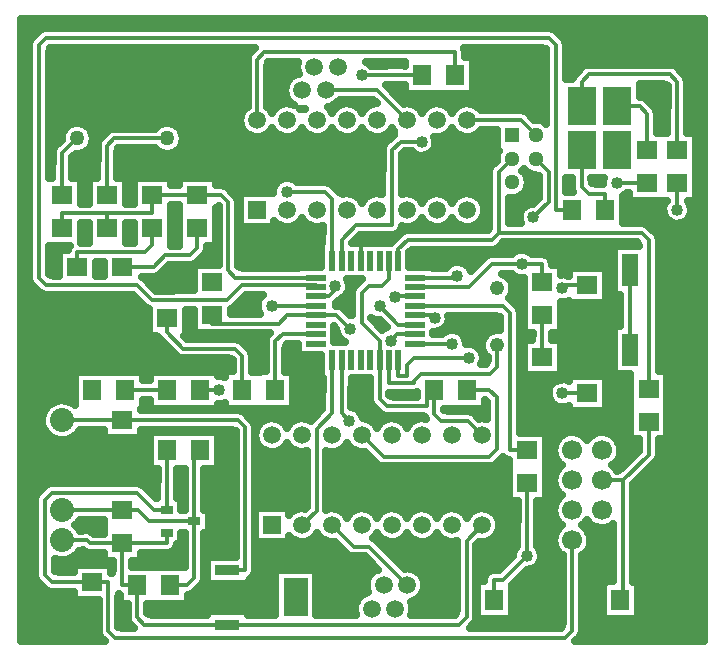
<source format=gbr>
G04 DipTrace Beta 2.3.9.1*
%INTop.gbr*%
%MOIN*%
%ADD13C,0.012*%
%ADD14C,0.025*%
%ADD15R,0.063X0.0709*%
%ADD16R,0.0709X0.063*%
%ADD17C,0.05*%
%ADD18R,0.05X0.05*%
%ADD21R,0.0551X0.1083*%
%ADD23R,0.0197X0.0669*%
%ADD24R,0.0669X0.0197*%
%ADD25R,0.0591X0.0591*%
%ADD26C,0.0591*%
%ADD27C,0.0591*%
%ADD29R,0.0413X0.0256*%
%ADD30R,0.0846X0.0374*%
%ADD31R,0.0846X0.128*%
%ADD32C,0.08*%
%ADD33R,0.0512X0.0512*%
%ADD34C,0.0512*%
%ADD35R,0.098X0.13*%
%ADD36R,0.0669X0.0669*%
%ADD37C,0.0669*%
%ADD38C,0.048*%
%ADD39C,0.04*%
%FSLAX44Y44*%
G04*
G70*
G90*
G75*
G01*
%LNTop*%
%LPD*%
X24539Y5937D2*
D13*
X24632D1*
Y9937D1*
X25488Y10794D1*
Y11886D1*
X23937Y9937D2*
X24632D1*
X20335Y5937D2*
Y6611D1*
X20626D1*
X21437Y7422D1*
Y9835D1*
X21937Y15437D2*
Y14039D1*
X8039Y12937D2*
X8711D1*
X9437D1*
X19937Y8437D2*
X19412Y7912D1*
Y5366D1*
X19172Y5126D1*
X11437D1*
X16827Y17244D2*
Y16655D1*
X16587Y16415D1*
X16158D1*
X15918Y16175D1*
Y15185D1*
X16512Y14592D1*
Y13937D1*
X7937Y7835D2*
X6850D1*
X6748Y7937D1*
X5937D1*
X7937Y7835D2*
X9437D1*
Y8189D1*
X8437Y6437D2*
X7937D1*
Y7835D1*
X11437Y5126D2*
X8677D1*
X8437Y5366D1*
Y6437D1*
X18335Y12937D2*
Y12152D1*
X18575Y11912D1*
X19462D1*
X19937Y11437D1*
X16512Y13937D2*
Y12643D1*
X16752Y12403D1*
X18095D1*
Y12937D1*
X18335D1*
X15882Y17244D2*
Y17882D1*
X15937Y17937D1*
X11174Y12937D2*
X10539D1*
X17032Y16035D2*
X17060Y16063D1*
X17693D1*
X21937Y16539D2*
Y17138D1*
X21263D1*
X21643Y18700D2*
X22160Y19217D1*
Y20214D1*
X21724Y20650D1*
X21263Y17138D2*
X20248D1*
X19488Y16378D1*
X17693D1*
X19108Y16758D2*
X19043Y16693D1*
X17693D1*
Y15748D2*
X20617D1*
X20857Y15508D1*
Y10937D1*
X21437D1*
X17142Y17244D2*
Y17642D1*
X17448Y17948D1*
X20261D1*
X20501Y18188D1*
X25248D1*
X25488Y17948D1*
Y12988D1*
X20501Y18188D2*
Y20214D1*
X20937Y20650D1*
X14937Y8437D2*
X15652Y7722D1*
X16152D1*
X17437Y6437D1*
Y21937D2*
X16437Y22937D1*
X14724D1*
X15937Y11437D2*
X16652Y10722D1*
X20172D1*
X20412Y10962D1*
Y12697D1*
X20172Y12937D1*
X19437D1*
Y21937D2*
X21224D1*
X21724Y21437D1*
X15912Y23437D2*
X17937D1*
X12437Y21937D2*
Y23960D1*
X12677Y24200D1*
X19039D1*
Y23437D1*
X5937Y11937D2*
X7937D1*
X11800D1*
X12040Y11697D1*
Y6937D1*
X11437D1*
X13937Y8437D2*
X14412Y8912D1*
Y11650D1*
X14937Y12175D1*
Y13937D1*
X15502Y11912D2*
X15252Y12162D1*
Y13937D1*
X18937Y14488D2*
X17693D1*
X16892Y14592D2*
X17103Y14803D1*
X17693D1*
X16512Y15732D2*
X17125Y15118D1*
X17693D1*
X18348Y15352D2*
X18266Y15433D1*
X17693D1*
X17912Y21222D2*
X17222D1*
X16937Y20937D1*
Y18437D1*
X15741D1*
X15252Y17948D1*
Y17244D1*
X13437Y19552D2*
X14697D1*
X14937Y19312D1*
Y17244D1*
X9437Y10937D2*
Y8937D1*
X6937Y6539D2*
X7471D1*
Y4923D1*
X7711Y4683D1*
X22697D1*
X22937Y4923D1*
Y7937D1*
X9437Y8937D2*
X9001D1*
X8421Y9517D1*
X5597D1*
X5357Y9277D1*
Y6779D1*
X5597Y6539D1*
X6937D1*
X20437Y14437D2*
Y13711D1*
X20197Y13471D1*
X17900D1*
X17660Y13231D1*
Y13177D1*
X16827D1*
Y13937D1*
X22611Y12835D2*
X23437D1*
X5937Y8937D2*
X7937D1*
X10343Y8563D2*
Y10937D1*
X10539D1*
X10343Y8563D2*
Y6677D1*
X10103Y6437D1*
X9539D1*
X7937Y8937D2*
X8471D1*
X8845Y8563D1*
X10343D1*
X19488Y14017D2*
X17660D1*
X17420Y13777D1*
Y13417D1*
X17142D1*
Y13937D1*
X22611Y16337D2*
X22711Y16437D1*
X23437D1*
X15538Y14972D2*
X15077Y15433D1*
X14386D1*
X13431D1*
X13153Y15155D1*
X10937D1*
Y15437D1*
X13039Y12937D2*
Y14563D1*
X13279Y14803D1*
X14386D1*
X11937Y12937D2*
Y14083D1*
X11697Y14323D1*
X9976D1*
X9437Y14862D1*
Y15335D1*
X26437Y20937D2*
Y23227D1*
X26197Y23467D1*
X23497D1*
X23257Y23227D1*
Y22397D1*
X25437Y20937D2*
Y22157D1*
X25197Y22397D1*
X24437D1*
X24039Y18937D2*
Y19471D1*
X23497D1*
X23257Y19711D1*
Y20937D1*
X6437Y21335D2*
X5937Y20835D1*
Y19437D1*
X9437Y21335D2*
X7677D1*
X7437Y21095D1*
Y19437D1*
X6437Y17039D2*
Y17534D1*
X8697D1*
X8937Y17774D1*
Y18335D1*
X7937Y17039D2*
X8981D1*
X9373Y17432D1*
X10197D1*
X10437Y17672D1*
Y18335D1*
X14386Y16378D2*
Y16437D1*
X11937D1*
X11437Y15937D1*
X8937D1*
X8442Y16432D1*
X5403D1*
X5163Y16672D1*
Y24440D1*
X5403Y24680D1*
X22160D1*
X22400Y24440D1*
Y18937D1*
X22937D1*
X14386Y16693D2*
X11711D1*
X11471Y16933D1*
Y19197D1*
X11231Y19437D1*
X10437D1*
X8937D2*
Y18830D1*
X7437D1*
X5937D1*
Y18335D1*
X7437Y18830D2*
Y18335D1*
X10437Y19437D2*
X8937D1*
X24862Y14280D2*
Y16937D1*
X26437Y18960D2*
Y19835D1*
X15040Y16415D2*
Y16263D1*
X14840Y16063D1*
X14386D1*
X24419Y19835D2*
X25437D1*
X12912Y15748D2*
X14386D1*
D39*
X19437Y17437D3*
X20937Y18937D3*
X22437Y11937D3*
X4937Y14437D3*
X21437Y7422D3*
X17032Y16035D3*
X11174Y12937D3*
X21643Y18700D3*
X21263Y17138D3*
X19108Y16758D3*
X15912Y23437D3*
X15502Y11912D3*
X18937Y14488D3*
X16892Y14592D3*
X16512Y15732D3*
X18348Y15352D3*
X17912Y21222D3*
X13437Y19552D3*
X22611Y12835D3*
X19488Y14017D3*
X22611Y16337D3*
X15538Y14972D3*
X26437Y18960D3*
X15040Y16415D3*
X24419Y19835D3*
X12912Y15748D3*
X19937Y20437D3*
X10937Y17437D3*
X4587Y25063D2*
D14*
X27289D1*
X4587Y24815D2*
X5055D1*
X22511D2*
X27289D1*
X4587Y24566D2*
X4840D1*
X22726D2*
X27289D1*
X4587Y24317D2*
X4812D1*
X5526D2*
X12308D1*
X19366D2*
X22039D1*
X22749D2*
X27289D1*
X4587Y24069D2*
X4812D1*
X5511D2*
X12105D1*
X19390D2*
X22051D1*
X22749D2*
X27289D1*
X4587Y23820D2*
X4812D1*
X5511D2*
X12086D1*
X12788D2*
X13754D1*
X16202D2*
X17332D1*
X19644D2*
X22051D1*
X22749D2*
X27289D1*
X4587Y23571D2*
X4812D1*
X5511D2*
X12086D1*
X12788D2*
X13766D1*
X19644D2*
X22051D1*
X22749D2*
X23117D1*
X26577D2*
X27289D1*
X4587Y23323D2*
X4812D1*
X5511D2*
X12086D1*
X12788D2*
X13504D1*
X19644D2*
X22051D1*
X22749D2*
X22922D1*
X26773D2*
X27289D1*
X4587Y23074D2*
X4812D1*
X5511D2*
X12086D1*
X12788D2*
X13367D1*
X16784D2*
X17332D1*
X19644D2*
X22051D1*
X25218D2*
X26086D1*
X26788D2*
X27289D1*
X4587Y22825D2*
X4812D1*
X5511D2*
X12086D1*
X12788D2*
X13363D1*
X17034D2*
X17332D1*
X19644D2*
X22051D1*
X25218D2*
X26086D1*
X26788D2*
X27289D1*
X4587Y22576D2*
X4812D1*
X5511D2*
X12086D1*
X12788D2*
X13484D1*
X15179D2*
X16312D1*
X17280D2*
X22051D1*
X25503D2*
X26086D1*
X26788D2*
X27289D1*
X4587Y22328D2*
X4812D1*
X5511D2*
X12012D1*
X12862D2*
X13012D1*
X13862D2*
X14012D1*
X14862D2*
X15012D1*
X15862D2*
X16012D1*
X17862D2*
X18012D1*
X18862D2*
X19012D1*
X19862D2*
X22051D1*
X25737D2*
X26086D1*
X26788D2*
X27289D1*
X4587Y22079D2*
X4812D1*
X5511D2*
X11871D1*
X21566D2*
X22051D1*
X25788D2*
X26086D1*
X26788D2*
X27289D1*
X4587Y21830D2*
X4812D1*
X5511D2*
X6273D1*
X6601D2*
X9273D1*
X9601D2*
X11863D1*
X25788D2*
X26086D1*
X26788D2*
X27289D1*
X4587Y21582D2*
X4812D1*
X5511D2*
X5961D1*
X6913D2*
X7441D1*
X9913D2*
X11980D1*
X12894D2*
X12980D1*
X13894D2*
X13980D1*
X14894D2*
X14980D1*
X15894D2*
X15980D1*
X16894D2*
X16980D1*
X18894D2*
X18980D1*
X19894D2*
X20391D1*
X25788D2*
X26086D1*
X26788D2*
X27289D1*
X4587Y21333D2*
X4812D1*
X5511D2*
X5898D1*
X6976D2*
X7191D1*
X9976D2*
X16848D1*
X18390D2*
X20391D1*
X27081D2*
X27289D1*
X4587Y21084D2*
X4812D1*
X5511D2*
X5703D1*
X6913D2*
X7086D1*
X9913D2*
X16621D1*
X18382D2*
X20391D1*
X27081D2*
X27289D1*
X4587Y20836D2*
X4812D1*
X5511D2*
X5590D1*
X6589D2*
X7086D1*
X7788D2*
X9285D1*
X9589D2*
X16586D1*
X17319D2*
X17629D1*
X18194D2*
X20426D1*
X27081D2*
X27289D1*
X4587Y20587D2*
X4812D1*
X5511D2*
X5590D1*
X6288D2*
X7086D1*
X7788D2*
X16586D1*
X17288D2*
X20391D1*
X27081D2*
X27289D1*
X4587Y20338D2*
X4812D1*
X5511D2*
X5590D1*
X6288D2*
X7086D1*
X7788D2*
X16586D1*
X17288D2*
X20176D1*
X27081D2*
X27289D1*
X4587Y20090D2*
X4812D1*
X5511D2*
X5590D1*
X6288D2*
X7086D1*
X7788D2*
X16586D1*
X17288D2*
X20152D1*
X21429D2*
X21801D1*
X27081D2*
X27289D1*
X4587Y19841D2*
X4812D1*
X6581D2*
X6793D1*
X8081D2*
X8293D1*
X9581D2*
X9793D1*
X11081D2*
X13047D1*
X14870D2*
X16586D1*
X17288D2*
X20152D1*
X21483D2*
X21812D1*
X22749D2*
X22909D1*
X23612D2*
X23930D1*
X27081D2*
X27289D1*
X4587Y19592D2*
X4812D1*
X6581D2*
X6793D1*
X8081D2*
X8293D1*
X11562D2*
X12949D1*
X15140D2*
X16586D1*
X17288D2*
X20152D1*
X21405D2*
X21812D1*
X22749D2*
X22930D1*
X27081D2*
X27289D1*
X4587Y19344D2*
X4812D1*
X6581D2*
X6793D1*
X8081D2*
X8293D1*
X15847D2*
X16026D1*
X17847D2*
X18026D1*
X18847D2*
X19026D1*
X19847D2*
X20152D1*
X21007D2*
X21801D1*
X24644D2*
X24793D1*
X27081D2*
X27289D1*
X4587Y19095D2*
X4812D1*
X9581D2*
X9793D1*
X19999D2*
X20152D1*
X20851D2*
X21371D1*
X24644D2*
X25969D1*
X26905D2*
X27289D1*
X4587Y18846D2*
X4812D1*
X9581D2*
X9793D1*
X20015D2*
X20153D1*
X20851D2*
X21176D1*
X24644D2*
X25961D1*
X26913D2*
X27289D1*
X4587Y18597D2*
X4812D1*
X9581D2*
X9793D1*
X19909D2*
X20152D1*
X20851D2*
X21164D1*
X24644D2*
X26121D1*
X26753D2*
X27289D1*
X4587Y18349D2*
X4812D1*
X6581D2*
X6793D1*
X8081D2*
X8293D1*
X9581D2*
X9793D1*
X11819D2*
X14586D1*
X17276D2*
X20152D1*
X25573D2*
X27289D1*
X4587Y18100D2*
X4812D1*
X6581D2*
X6793D1*
X8081D2*
X8293D1*
X9581D2*
X9793D1*
X11819D2*
X14586D1*
X15890D2*
X17117D1*
X25800D2*
X27289D1*
X4587Y17851D2*
X4812D1*
X9581D2*
X9793D1*
X11819D2*
X14586D1*
X15640D2*
X16867D1*
X20648D2*
X25101D1*
X25839D2*
X27289D1*
X4587Y17603D2*
X4812D1*
X5511D2*
X5793D1*
X10780D2*
X11121D1*
X11819D2*
X14551D1*
X17589D2*
X24297D1*
X25839D2*
X27289D1*
X4587Y17354D2*
X4812D1*
X5511D2*
X5793D1*
X10605D2*
X11121D1*
X11819D2*
X14551D1*
X17530D2*
X19980D1*
X22206D2*
X24297D1*
X25839D2*
X27289D1*
X4587Y17105D2*
X4812D1*
X5511D2*
X5793D1*
X7081D2*
X7293D1*
X9530D2*
X10293D1*
X11819D2*
X14551D1*
X17530D2*
X18773D1*
X19441D2*
X19730D1*
X22581D2*
X24297D1*
X25839D2*
X27289D1*
X4587Y16857D2*
X4812D1*
X5511D2*
X5793D1*
X7081D2*
X7293D1*
X9280D2*
X10293D1*
X22581D2*
X22793D1*
X24081D2*
X24297D1*
X25839D2*
X27289D1*
X4587Y16608D2*
X4820D1*
X8749D2*
X10293D1*
X15487D2*
X15867D1*
X20890D2*
X21293D1*
X24081D2*
X24297D1*
X25839D2*
X27289D1*
X4587Y16359D2*
X4992D1*
X8999D2*
X10293D1*
X15526D2*
X15624D1*
X20968D2*
X21293D1*
X24081D2*
X24297D1*
X25839D2*
X27289D1*
X4587Y16111D2*
X5332D1*
X12097D2*
X12598D1*
X15417D2*
X15570D1*
X20913D2*
X21293D1*
X24081D2*
X24512D1*
X25839D2*
X27289D1*
X4587Y15862D2*
X8527D1*
X11847D2*
X12437D1*
X15124D2*
X15570D1*
X20987D2*
X21293D1*
X22581D2*
X22793D1*
X24081D2*
X24512D1*
X25839D2*
X27289D1*
X4587Y15613D2*
X8793D1*
X11581D2*
X12441D1*
X15382D2*
X15570D1*
X21191D2*
X21293D1*
X22581D2*
X24512D1*
X25839D2*
X27289D1*
X4587Y15365D2*
X8793D1*
X10081D2*
X10293D1*
X18839D2*
X20508D1*
X21206D2*
X21293D1*
X22581D2*
X24512D1*
X25839D2*
X27289D1*
X4587Y15116D2*
X8793D1*
X10081D2*
X10293D1*
X16472D2*
X16643D1*
X18773D2*
X20508D1*
X21206D2*
X21293D1*
X22581D2*
X24512D1*
X25839D2*
X27289D1*
X4587Y14867D2*
X8793D1*
X10081D2*
X10293D1*
X18316D2*
X18644D1*
X19230D2*
X20148D1*
X21206D2*
X21293D1*
X22581D2*
X24297D1*
X25839D2*
X27289D1*
X4587Y14618D2*
X9195D1*
X11858D2*
X12695D1*
X15011D2*
X15211D1*
X19409D2*
X19941D1*
X21206D2*
X21293D1*
X22581D2*
X24297D1*
X25839D2*
X27289D1*
X4587Y14370D2*
X9445D1*
X12136D2*
X12691D1*
X13390D2*
X13762D1*
X19816D2*
X19910D1*
X21206D2*
X21293D1*
X22581D2*
X24297D1*
X25839D2*
X27289D1*
X4587Y14121D2*
X9695D1*
X12284D2*
X12691D1*
X13390D2*
X14551D1*
X21206D2*
X21293D1*
X22581D2*
X24297D1*
X25839D2*
X27289D1*
X4587Y13872D2*
X11586D1*
X12288D2*
X12691D1*
X13390D2*
X14551D1*
X19956D2*
X20086D1*
X21206D2*
X21293D1*
X22581D2*
X24297D1*
X25839D2*
X27289D1*
X4587Y13624D2*
X11586D1*
X12288D2*
X12691D1*
X13390D2*
X14551D1*
X21206D2*
X21293D1*
X22581D2*
X24297D1*
X25839D2*
X27289D1*
X4587Y13375D2*
X6332D1*
X8644D2*
X8832D1*
X13644D2*
X14551D1*
X21206D2*
X22793D1*
X24081D2*
X24844D1*
X26132D2*
X27289D1*
X4587Y13126D2*
X6332D1*
X13644D2*
X14586D1*
X15601D2*
X16164D1*
X21206D2*
X22223D1*
X24081D2*
X24844D1*
X26132D2*
X27289D1*
X4587Y12878D2*
X6332D1*
X13644D2*
X14586D1*
X15601D2*
X16164D1*
X21206D2*
X22125D1*
X24081D2*
X24844D1*
X26132D2*
X27289D1*
X4587Y12629D2*
X6332D1*
X13644D2*
X14586D1*
X15601D2*
X16164D1*
X21206D2*
X22168D1*
X24081D2*
X24844D1*
X26132D2*
X27289D1*
X4587Y12380D2*
X5418D1*
X8644D2*
X8832D1*
X11144D2*
X11332D1*
X13644D2*
X14586D1*
X15601D2*
X16289D1*
X21206D2*
X22488D1*
X24081D2*
X24844D1*
X26132D2*
X27289D1*
X4587Y12132D2*
X5277D1*
X12089D2*
X14410D1*
X15937D2*
X16547D1*
X19726D2*
X20062D1*
X21206D2*
X24844D1*
X26132D2*
X27289D1*
X4587Y11883D2*
X5250D1*
X12331D2*
X12574D1*
X13300D2*
X13574D1*
X16300D2*
X16574D1*
X17300D2*
X17574D1*
X21206D2*
X24844D1*
X26132D2*
X27289D1*
X4587Y11634D2*
X5320D1*
X21206D2*
X24844D1*
X26132D2*
X27289D1*
X4587Y11386D2*
X5539D1*
X6335D2*
X7293D1*
X8581D2*
X8832D1*
X11144D2*
X11691D1*
X22081D2*
X22516D1*
X23358D2*
X23512D1*
X24358D2*
X24844D1*
X26132D2*
X27289D1*
X4587Y11137D2*
X8832D1*
X11144D2*
X11691D1*
X22081D2*
X22348D1*
X24526D2*
X25137D1*
X25839D2*
X27289D1*
X4587Y10888D2*
X8832D1*
X11144D2*
X11691D1*
X12390D2*
X12801D1*
X13076D2*
X13801D1*
X15076D2*
X15801D1*
X22081D2*
X22316D1*
X24558D2*
X25098D1*
X25839D2*
X27289D1*
X4587Y10639D2*
X8832D1*
X11144D2*
X11691D1*
X12390D2*
X14062D1*
X14761D2*
X16250D1*
X20573D2*
X20703D1*
X22081D2*
X22391D1*
X24483D2*
X24851D1*
X25800D2*
X27289D1*
X4587Y10391D2*
X8832D1*
X11144D2*
X11691D1*
X12390D2*
X14062D1*
X14761D2*
X20793D1*
X22081D2*
X22519D1*
X24355D2*
X24601D1*
X25569D2*
X27289D1*
X4587Y10142D2*
X9086D1*
X9788D2*
X9992D1*
X10691D2*
X11691D1*
X12390D2*
X14062D1*
X14761D2*
X20793D1*
X22081D2*
X22348D1*
X25319D2*
X27289D1*
X4587Y9893D2*
X9086D1*
X9788D2*
X9992D1*
X10691D2*
X11691D1*
X12390D2*
X14062D1*
X14761D2*
X20793D1*
X22081D2*
X22312D1*
X25073D2*
X27289D1*
X4587Y9645D2*
X5242D1*
X8776D2*
X9086D1*
X9788D2*
X9992D1*
X10691D2*
X11691D1*
X12390D2*
X14062D1*
X14761D2*
X20793D1*
X22081D2*
X22391D1*
X24980D2*
X27289D1*
X4587Y9396D2*
X5031D1*
X9788D2*
X9992D1*
X10691D2*
X11691D1*
X12390D2*
X14062D1*
X14761D2*
X20793D1*
X22081D2*
X22527D1*
X24980D2*
X27289D1*
X4587Y9147D2*
X5008D1*
X10691D2*
X11691D1*
X12390D2*
X14062D1*
X14761D2*
X21086D1*
X21788D2*
X22351D1*
X24980D2*
X27289D1*
X4587Y8899D2*
X5008D1*
X10839D2*
X11691D1*
X15280D2*
X15594D1*
X16280D2*
X16594D1*
X17280D2*
X17594D1*
X18280D2*
X18594D1*
X19280D2*
X19594D1*
X20280D2*
X21086D1*
X21788D2*
X22312D1*
X24980D2*
X27289D1*
X4587Y8650D2*
X5008D1*
X10839D2*
X11691D1*
X20480D2*
X21086D1*
X21788D2*
X22387D1*
X24980D2*
X27289D1*
X4587Y8401D2*
X5008D1*
X6437D2*
X7293D1*
X10839D2*
X11691D1*
X20523D2*
X21086D1*
X21788D2*
X22531D1*
X23343D2*
X23644D1*
X24980D2*
X27289D1*
X4587Y8153D2*
X5008D1*
X10691D2*
X11691D1*
X20444D2*
X21086D1*
X21788D2*
X22351D1*
X23523D2*
X24281D1*
X24980D2*
X27289D1*
X4587Y7904D2*
X5008D1*
X10691D2*
X11691D1*
X13523D2*
X13742D1*
X14132D2*
X14742D1*
X16456D2*
X16742D1*
X17132D2*
X17742D1*
X18132D2*
X18742D1*
X20132D2*
X21086D1*
X21788D2*
X22312D1*
X23562D2*
X24281D1*
X24980D2*
X27289D1*
X4587Y7655D2*
X5008D1*
X9733D2*
X9992D1*
X10691D2*
X11691D1*
X12390D2*
X15234D1*
X16702D2*
X19062D1*
X19761D2*
X21012D1*
X21862D2*
X22383D1*
X23491D2*
X24281D1*
X24980D2*
X27289D1*
X4587Y7406D2*
X5008D1*
X6362D2*
X7293D1*
X8581D2*
X9992D1*
X10691D2*
X11691D1*
X12390D2*
X15551D1*
X16952D2*
X19062D1*
X19761D2*
X20937D1*
X21925D2*
X22586D1*
X23288D2*
X24281D1*
X24980D2*
X27289D1*
X4587Y7158D2*
X5008D1*
X5706D2*
X7586D1*
X8288D2*
X9992D1*
X12390D2*
X16230D1*
X17202D2*
X19062D1*
X19761D2*
X20687D1*
X21843D2*
X22586D1*
X23288D2*
X24281D1*
X24980D2*
X27289D1*
X4587Y6909D2*
X5008D1*
X5710D2*
X6293D1*
X12390D2*
X13008D1*
X14433D2*
X16324D1*
X17765D2*
X19062D1*
X19761D2*
X20180D1*
X21409D2*
X22586D1*
X23288D2*
X24281D1*
X24980D2*
X27289D1*
X4587Y6660D2*
X5031D1*
X12237D2*
X13008D1*
X14433D2*
X16109D1*
X17976D2*
X19062D1*
X19761D2*
X19988D1*
X21159D2*
X22586D1*
X23288D2*
X24281D1*
X24980D2*
X27289D1*
X4587Y6412D2*
X5242D1*
X10562D2*
X13008D1*
X14433D2*
X16066D1*
X18023D2*
X19062D1*
X20941D2*
X22586D1*
X23288D2*
X23933D1*
X25144D2*
X27289D1*
X4587Y6163D2*
X6293D1*
X10304D2*
X13008D1*
X14433D2*
X16008D1*
X17952D2*
X19062D1*
X20941D2*
X22586D1*
X23288D2*
X23933D1*
X25144D2*
X27289D1*
X4587Y5914D2*
X7121D1*
X10144D2*
X13008D1*
X14433D2*
X15738D1*
X17663D2*
X19062D1*
X20941D2*
X22586D1*
X23288D2*
X23933D1*
X25144D2*
X27289D1*
X4587Y5666D2*
X7121D1*
X7819D2*
X8086D1*
X8788D2*
X13008D1*
X14433D2*
X15672D1*
X17628D2*
X19062D1*
X20941D2*
X22586D1*
X23288D2*
X23933D1*
X25144D2*
X27289D1*
X4587Y5417D2*
X7121D1*
X7819D2*
X8086D1*
X20941D2*
X22586D1*
X23288D2*
X23933D1*
X25144D2*
X27289D1*
X4587Y5168D2*
X7121D1*
X7819D2*
X8156D1*
X19694D2*
X22586D1*
X23288D2*
X27289D1*
X4587Y4920D2*
X7121D1*
X23288D2*
X27289D1*
X4587Y4671D2*
X7238D1*
X23171D2*
X27289D1*
X20017Y12615D2*
Y12318D1*
X18857Y12322D1*
X18915Y12318D1*
X18660Y12312D1*
Y12285D1*
X18825Y12237D1*
X19462D1*
X19584Y12213D1*
X19691Y12142D1*
X19843Y11990D1*
X19922Y11997D1*
X20046Y11986D1*
X20087Y11973D1*
Y12559D1*
X17755Y12728D2*
Y12869D1*
X17700Y12854D1*
X16835Y12852D1*
X16837Y12777D1*
X17002Y12728D1*
X17756D1*
X17681Y12853D1*
X17660Y12852D1*
X18517Y22821D2*
X18267Y22818D1*
X17357D1*
Y23111D1*
X16722Y23112D1*
X17343Y22490D1*
X17422Y22497D1*
X17546Y22486D1*
X17665Y22449D1*
X17773Y22385D1*
X17864Y22300D1*
X17938Y22186D1*
X17992Y22277D1*
X18078Y22367D1*
X18182Y22436D1*
X18299Y22480D1*
X18422Y22497D1*
X18546Y22486D1*
X18665Y22449D1*
X18773Y22385D1*
X18864Y22300D1*
X18938Y22186D1*
X18992Y22277D1*
X19078Y22367D1*
X19182Y22436D1*
X19299Y22480D1*
X19422Y22497D1*
X19546Y22486D1*
X19665Y22449D1*
X19773Y22385D1*
X19864Y22300D1*
X19888Y22264D1*
X21224Y22262D1*
X21346Y22238D1*
X21454Y22167D1*
X21667Y21954D1*
X21770Y21956D1*
X21892Y21930D1*
X22004Y21876D1*
X22074Y21819D1*
X22075Y24308D1*
X21910Y24355D1*
X19328D1*
X19364Y24200D1*
Y24055D1*
X19619Y24056D1*
Y22818D1*
X18459Y22822D1*
X17357Y23759D2*
Y23876D1*
X16067Y23875D1*
X16199Y23803D1*
X16240Y23761D1*
X17354Y23762D1*
X22943Y13415D2*
X24056D1*
Y12255D1*
X22818D1*
Y12415D1*
X22716Y12382D1*
X22592Y12370D1*
X22469Y12392D1*
X22357Y12446D1*
X22262Y12527D1*
X22193Y12631D1*
X22154Y12750D1*
X22148Y12874D1*
X22175Y12996D1*
X22234Y13106D1*
X22319Y13196D1*
X22426Y13261D1*
X22546Y13295D1*
X22670Y13296D1*
X22791Y13264D1*
X22821Y13246D1*
X22818Y13415D1*
X22943D1*
X6443Y7119D2*
X7556D1*
Y6850D1*
X7597Y6838D1*
X7612Y6937D1*
Y7253D1*
X7318Y7255D1*
X7312Y7510D1*
X6850D1*
X6728Y7533D1*
X6614Y7611D1*
X6499Y7582D1*
X6423Y7483D1*
X6329Y7400D1*
X6222Y7336D1*
X6105Y7294D1*
X5981Y7274D1*
X5857Y7277D1*
X5735Y7304D1*
X5681Y7327D1*
X5682Y6914D1*
X5847Y6864D1*
X6320D1*
X6318Y7119D1*
X6443D1*
X7146Y5959D2*
X6318D1*
X6312Y6214D1*
X5597D1*
X5475Y6238D1*
X5367Y6310D1*
X5127Y6550D1*
X5058Y6653D1*
X5032Y6779D1*
Y9277D1*
X5056Y9399D1*
X5127Y9507D1*
X5367Y9747D1*
X5470Y9816D1*
X5597Y9842D1*
X8421D1*
X8543Y9818D1*
X8651Y9747D1*
X9068Y9330D1*
X9110D1*
X9112Y10316D1*
X8857Y10318D1*
Y11556D1*
X10017Y11552D1*
X9959Y11556D1*
X11119D1*
Y10318D1*
X10667Y10312D1*
Y8957D1*
X10814Y8956D1*
Y8170D1*
X10670D1*
X10667Y6677D1*
X10644Y6555D1*
X10572Y6447D1*
X10332Y6207D1*
X10243Y6144D1*
X10119Y6113D1*
Y5818D1*
X8959Y5822D1*
X9017Y5818D1*
X8762Y5812D1*
Y5503D1*
X8927Y5451D1*
X10751D1*
X10749Y5578D1*
X12125D1*
Y5449D1*
X13035Y5451D1*
X13032Y6936D1*
X14409D1*
Y5448D1*
X15062Y5451D1*
X15730D1*
X15696Y5640D1*
X15707Y5764D1*
X15746Y5882D1*
X15811Y5989D1*
X15897Y6080D1*
X16001Y6148D1*
X16145Y6196D1*
X16106Y6303D1*
X16089Y6427D1*
X16101Y6551D1*
X16140Y6670D1*
X16204Y6777D1*
X16290Y6867D1*
X16395Y6936D1*
X16456Y6959D1*
X16017Y7398D1*
X15652Y7397D1*
X15530Y7421D1*
X15423Y7492D1*
X15028Y7887D1*
X14942Y7877D1*
X14818Y7890D1*
X14700Y7930D1*
X14593Y7995D1*
X14504Y8082D1*
X14438Y8183D1*
X14376Y8089D1*
X14288Y8001D1*
X14183Y7934D1*
X14066Y7892D1*
X13942Y7877D1*
X13818Y7890D1*
X13700Y7930D1*
X13593Y7995D1*
X13498Y8091D1*
X13497Y7877D1*
X12377D1*
Y8997D1*
X13497D1*
Y8782D1*
X13578Y8867D1*
X13682Y8936D1*
X13799Y8980D1*
X13922Y8997D1*
X14027Y8988D1*
X14086Y9045D1*
X14087Y10901D1*
X13942Y10877D1*
X13818Y10890D1*
X13700Y10930D1*
X13593Y10995D1*
X13504Y11082D1*
X13438Y11183D1*
X13376Y11089D1*
X13288Y11001D1*
X13183Y10934D1*
X13066Y10892D1*
X12942Y10877D1*
X12818Y10890D1*
X12700Y10930D1*
X12593Y10995D1*
X12504Y11082D1*
X12436Y11186D1*
X12393Y11303D1*
X12377Y11427D1*
X12389Y11551D1*
X12427Y11670D1*
X12492Y11777D1*
X12578Y11867D1*
X12682Y11936D1*
X12799Y11980D1*
X12922Y11997D1*
X13046Y11986D1*
X13165Y11949D1*
X13273Y11885D1*
X13364Y11800D1*
X13438Y11686D1*
X13492Y11777D1*
X13578Y11867D1*
X13682Y11936D1*
X13799Y11980D1*
X13922Y11997D1*
X14046Y11986D1*
X14165Y11949D1*
X14222Y11915D1*
X14611Y12308D1*
X14612Y13335D1*
X14574Y13337D1*
Y14123D1*
X13786Y14125D1*
Y14480D1*
X13413Y14478D1*
X13364Y14313D1*
Y13559D1*
X13619Y13556D1*
Y12318D1*
X12459Y12322D1*
X12517Y12318D1*
X11357D1*
Y12509D1*
X11279Y12484D1*
X11155Y12473D1*
X11120Y12479D1*
X11119Y12318D1*
X9959Y12322D1*
X10017Y12318D1*
X8857D1*
Y12611D1*
X8621Y12612D1*
X8619Y12318D1*
X8553D1*
X8562Y12262D1*
X11800D1*
X11922Y12238D1*
X12030Y12167D1*
X12270Y11927D1*
X12339Y11824D1*
X12365Y11697D1*
Y6937D1*
X12341Y6815D1*
X12274Y6711D1*
X12181Y6644D1*
X12125Y6514D1*
Y6485D1*
X10749D1*
Y7389D1*
X11714D1*
X11715Y11566D1*
X11550Y11612D1*
X8554D1*
X8556Y11357D1*
X7318D1*
X7312Y11612D1*
X6519D1*
X6423Y11483D1*
X6329Y11400D1*
X6222Y11336D1*
X6105Y11294D1*
X5981Y11274D1*
X5857Y11277D1*
X5735Y11304D1*
X5620Y11353D1*
X5516Y11422D1*
X5427Y11510D1*
X5357Y11613D1*
X5306Y11727D1*
X5278Y11848D1*
X5273Y11973D1*
X5292Y12097D1*
X5333Y12214D1*
X5395Y12322D1*
X5477Y12417D1*
X5575Y12494D1*
X5685Y12552D1*
X5805Y12589D1*
X5929Y12602D1*
X6053Y12592D1*
X6173Y12559D1*
X6285Y12503D1*
X6357Y12449D1*
Y13556D1*
X7517Y13552D1*
X7459Y13556D1*
X8619D1*
Y13263D1*
X8856Y13262D1*
X8857Y13556D1*
X10017Y13552D1*
X9959Y13556D1*
X11119D1*
Y13396D1*
X11233Y13398D1*
X11357Y13364D1*
Y13556D1*
X11612Y13562D1*
Y13949D1*
X11447Y13998D1*
X9976D1*
X9854Y14022D1*
X9746Y14093D1*
X9207Y14633D1*
X9144Y14721D1*
X9056Y14755D1*
X8818D1*
X8815Y15636D1*
X8707Y15707D1*
X8307Y16108D1*
X5403Y16107D1*
X5281Y16131D1*
X5173Y16202D1*
X4933Y16442D1*
X4863Y16545D1*
X4838Y16672D1*
Y24440D1*
X4862Y24562D1*
X4933Y24669D1*
X5173Y24909D1*
X5276Y24979D1*
X5403Y25005D1*
X22160D1*
X22282Y24981D1*
X22390Y24909D1*
X22630Y24669D1*
X22700Y24566D1*
X22725Y24440D1*
Y23311D1*
X22943Y23312D1*
X23013Y23442D1*
X23267Y23697D1*
X23370Y23766D1*
X23497Y23792D1*
X26197D1*
X26319Y23768D1*
X26427Y23697D1*
X26667Y23457D1*
X26736Y23354D1*
X26762Y23227D1*
Y21520D1*
X27056Y21517D1*
X27052Y20357D1*
X27056Y20415D1*
Y19255D1*
X26795D1*
X26871Y19127D1*
X26902Y18960D1*
X26885Y18836D1*
X26836Y18722D1*
X26759Y18624D1*
X26658Y18551D1*
X26541Y18507D1*
X26417Y18495D1*
X26295Y18517D1*
X26182Y18571D1*
X26088Y18652D1*
X26019Y18756D1*
X25980Y18875D1*
X25974Y18999D1*
X26001Y19121D1*
X26059Y19231D1*
X26083Y19256D1*
X25818Y19259D1*
X25556Y19255D1*
X24818D1*
X24812Y19510D1*
X24753D1*
X24622Y19419D1*
X24619Y18513D1*
X25248D1*
X25370Y18489D1*
X25478Y18417D1*
X25718Y18177D1*
X25787Y18074D1*
X25813Y17948D1*
Y13569D1*
X26107Y13568D1*
X26104Y12408D1*
X26107Y12466D1*
Y11306D1*
X25814D1*
X25813Y10794D1*
X25789Y10672D1*
X25718Y10564D1*
X24958Y9804D1*
X24957Y6558D1*
X25119Y6556D1*
Y5318D1*
X23959D1*
Y6556D1*
X24307Y6562D1*
Y8464D1*
X24239Y8419D1*
X24126Y8368D1*
X24004Y8341D1*
X23879Y8340D1*
X23757Y8365D1*
X23642Y8415D1*
X23541Y8487D1*
X23438Y8609D1*
X23340Y8493D1*
X23268Y8440D1*
X23327Y8392D1*
X23413Y8302D1*
X23478Y8195D1*
X23520Y8078D1*
X23537Y7937D1*
X23524Y7813D1*
X23485Y7694D1*
X23423Y7586D1*
X23340Y7493D1*
X23261Y7435D1*
X23262Y4923D1*
X23238Y4801D1*
X23167Y4693D1*
X23037Y4563D1*
X27312Y4562D1*
Y25312D1*
X4562D1*
Y4562D1*
X7371D1*
X7242Y4693D1*
X7172Y4796D1*
X7146Y4923D1*
Y5958D1*
X7321Y8357D2*
X7318Y8611D1*
X6519Y8612D1*
X6423Y8483D1*
X6373Y8439D1*
X6469Y8336D1*
X6516Y8259D1*
X6748Y8262D1*
X6870Y8238D1*
X6984Y8160D1*
X7315D1*
X7322Y8415D1*
X8556Y7512D2*
Y7255D1*
X8263D1*
X8262Y7057D1*
X9017Y7052D1*
X8959Y7056D1*
X10018D1*
Y8173D1*
X9907Y8170D1*
X9909Y7796D1*
X9756D1*
X9742Y7722D1*
X9678Y7616D1*
X9578Y7542D1*
X9437Y7510D1*
X8558D1*
X8115Y5818D2*
X7857D1*
Y6119D1*
X7812Y6138D1*
X7796Y6039D1*
Y5059D1*
X7961Y5008D1*
X8332D1*
X8207Y5136D1*
X8138Y5239D1*
X8112Y5366D1*
Y5815D1*
X10017Y10321D2*
X9763Y10318D1*
X9762Y9332D1*
X9909Y9330D1*
Y8959D1*
X10015Y8956D1*
X10018Y10317D1*
X9959Y10322D1*
X6937Y21211D2*
X6892Y21094D1*
X6821Y20992D1*
X6728Y20910D1*
X6617Y20852D1*
X6496Y20823D1*
X6383Y20824D1*
X6261Y20699D1*
X6262Y20018D1*
X6556Y20017D1*
X6562Y19155D1*
X6816D1*
X6818Y20017D1*
X7111D1*
X7112Y21095D1*
X7136Y21217D1*
X7207Y21324D1*
X7447Y21564D1*
X7550Y21634D1*
X7677Y21660D1*
X9040D1*
X9152Y21764D1*
X9264Y21820D1*
X9386Y21847D1*
X9510Y21844D1*
X9631Y21812D1*
X9740Y21751D1*
X9831Y21666D1*
X9899Y21562D1*
X9940Y21444D1*
X9952Y21335D1*
X9937Y21211D1*
X9892Y21094D1*
X9821Y20992D1*
X9728Y20910D1*
X9617Y20852D1*
X9496Y20823D1*
X9371Y20824D1*
X9250Y20855D1*
X9140Y20914D1*
X9041Y21007D1*
X7808Y21010D1*
X7762Y20845D1*
Y20020D1*
X8056Y20017D1*
X8062Y19155D1*
X8316D1*
X8318Y20017D1*
X9556D1*
X9562Y19762D1*
X9816D1*
X9818Y20017D1*
X11056D1*
X11062Y19762D1*
X11231D1*
X11353Y19738D1*
X11461Y19667D1*
X11701Y19427D1*
X11771Y19324D1*
X11796Y19197D1*
Y17068D1*
X11961Y17018D1*
X13786D1*
Y17056D1*
X14571D1*
X14574Y17844D1*
X14609D1*
X14612Y18404D1*
X14442Y18377D1*
X14318Y18390D1*
X14200Y18430D1*
X14093Y18495D1*
X14004Y18582D1*
X13938Y18683D1*
X13876Y18589D1*
X13788Y18501D1*
X13683Y18434D1*
X13566Y18392D1*
X13442Y18377D1*
X13318Y18390D1*
X13200Y18430D1*
X13093Y18495D1*
X12998Y18591D1*
X12997Y18377D1*
X11877D1*
Y19497D1*
X12978D1*
X12974Y19592D1*
X13001Y19713D1*
X13059Y19823D1*
X13145Y19914D1*
X13251Y19979D1*
X13371Y20013D1*
X13496D1*
X13616Y19981D1*
X13724Y19918D1*
X13765Y19876D1*
X14697Y19877D1*
X14819Y19853D1*
X14927Y19782D1*
X15169Y19539D1*
X15299Y19480D1*
X15422Y19497D1*
X15546Y19486D1*
X15665Y19449D1*
X15773Y19385D1*
X15864Y19300D1*
X15938Y19186D1*
X15992Y19277D1*
X16078Y19367D1*
X16182Y19436D1*
X16299Y19480D1*
X16422Y19497D1*
X16546Y19486D1*
X16610Y19466D1*
X16612Y20937D1*
X16636Y21059D1*
X16707Y21167D1*
X16995Y21454D1*
X17004Y21582D1*
X16938Y21683D1*
X16876Y21589D1*
X16788Y21501D1*
X16683Y21434D1*
X16566Y21392D1*
X16442Y21377D1*
X16318Y21390D1*
X16200Y21430D1*
X16093Y21495D1*
X16004Y21582D1*
X15938Y21683D1*
X15876Y21589D1*
X15788Y21501D1*
X15683Y21434D1*
X15566Y21392D1*
X15442Y21377D1*
X15318Y21390D1*
X15200Y21430D1*
X15093Y21495D1*
X15004Y21582D1*
X14938Y21683D1*
X14876Y21589D1*
X14788Y21501D1*
X14683Y21434D1*
X14566Y21392D1*
X14442Y21377D1*
X14318Y21390D1*
X14200Y21430D1*
X14093Y21495D1*
X14004Y21582D1*
X13938Y21683D1*
X13876Y21589D1*
X13788Y21501D1*
X13683Y21434D1*
X13566Y21392D1*
X13442Y21377D1*
X13318Y21390D1*
X13200Y21430D1*
X13093Y21495D1*
X13004Y21582D1*
X12938Y21683D1*
X12876Y21589D1*
X12788Y21501D1*
X12683Y21434D1*
X12566Y21392D1*
X12442Y21377D1*
X12318Y21390D1*
X12200Y21430D1*
X12093Y21495D1*
X12004Y21582D1*
X11936Y21686D1*
X11893Y21803D1*
X11877Y21927D1*
X11889Y22051D1*
X11927Y22170D1*
X11992Y22277D1*
X12078Y22367D1*
X12114Y22391D1*
X12112Y23960D1*
X12136Y24082D1*
X12207Y24189D1*
X12370Y24352D1*
X10410Y24355D1*
X5539D1*
X5488Y24190D1*
Y20014D1*
X5611Y20017D1*
X5612Y20835D1*
X5636Y20957D1*
X5707Y21064D1*
X5925Y21283D1*
X5922Y21342D1*
X5939Y21466D1*
X5985Y21581D1*
X6058Y21683D1*
X6152Y21764D1*
X6264Y21820D1*
X6386Y21847D1*
X6510Y21844D1*
X6631Y21812D1*
X6740Y21751D1*
X6831Y21666D1*
X6899Y21562D1*
X6940Y21444D1*
X6952Y21335D1*
X6937Y21211D1*
X5943Y17619D2*
X6126D1*
X6132Y17647D1*
X6200Y17755D1*
X5490D1*
X5488Y16803D1*
X5653Y16757D1*
X5821D1*
X5818Y17619D1*
X5943D1*
X7056Y17209D2*
Y16756D1*
X7321Y16757D1*
X7318Y17213D1*
X7052Y17209D1*
X12259Y13556D2*
X12517Y13552D1*
X12459Y13556D1*
X12714Y13562D1*
Y14563D1*
X12738Y14685D1*
X12810Y14793D1*
X12846Y14829D1*
X10937Y14830D1*
X10806Y14857D1*
X10318D1*
X10312Y15612D1*
X10058D1*
X10056Y14755D1*
X10005D1*
X10111Y14647D1*
X11697Y14648D1*
X11819Y14624D1*
X11927Y14553D1*
X12167Y14313D1*
X12236Y14210D1*
X12262Y14083D1*
Y13556D1*
X11556Y15638D2*
X11562Y15480D1*
X12535D1*
X12494Y15545D1*
X12455Y15663D1*
X12449Y15787D1*
X12476Y15909D1*
X12535Y16019D1*
X12623Y16112D1*
X12069D1*
X11667Y15707D1*
X11578Y15644D1*
X11574Y15643D1*
X10443Y17119D2*
X11150D1*
X11146Y17808D1*
Y19062D1*
X11056Y19017D1*
X11052Y18857D1*
X11056Y18915D1*
Y17755D1*
X10763D1*
X10762Y17672D1*
X10738Y17550D1*
X10667Y17442D1*
X10427Y17202D1*
X10324Y17133D1*
X10197Y17107D1*
X9506D1*
X9210Y16810D1*
X9107Y16740D1*
X8981Y16714D1*
X8602D1*
X8672Y16662D1*
X9072Y16261D1*
X10316Y16262D1*
X10318Y17119D1*
X10443D1*
X6556Y18504D2*
X6562Y17859D1*
X6816D1*
X6818Y18509D1*
X6558Y18505D1*
X8056Y18504D2*
X8062Y17859D1*
X8316D1*
X8318Y18509D1*
X8058Y18505D1*
X9821Y18857D2*
X9818Y19111D1*
X9558Y19112D1*
X9552Y18857D1*
X9556Y18915D1*
Y17756D1*
X9815Y17757D1*
X9818Y18915D1*
X9822D1*
X22728Y19556D2*
X22970D1*
X22933Y19691D1*
X22932Y20020D1*
X22727Y20022D1*
X22725Y19553D1*
X25943Y21517D2*
X26111D1*
X26112Y23089D1*
X25947Y23142D1*
X25193D1*
X25192Y22722D1*
X25319Y22698D1*
X25427Y22627D1*
X25667Y22387D1*
X25736Y22284D1*
X25762Y22157D1*
Y21520D1*
X26056Y21517D1*
Y21513D1*
X16187Y13337D2*
X15580D1*
X15577Y12812D1*
Y12371D1*
X15681Y12341D1*
X15789Y12278D1*
X15876Y12189D1*
X15936Y12080D1*
X15955Y12000D1*
X16046Y11986D1*
X16165Y11949D1*
X16273Y11885D1*
X16364Y11800D1*
X16438Y11686D1*
X16492Y11777D1*
X16578Y11867D1*
X16682Y11936D1*
X16799Y11980D1*
X16922Y11997D1*
X17046Y11986D1*
X17165Y11949D1*
X17273Y11885D1*
X17364Y11800D1*
X17438Y11686D1*
X17492Y11777D1*
X17578Y11867D1*
X17682Y11936D1*
X17799Y11980D1*
X17922Y11997D1*
X18058Y11983D1*
X18035Y12029D1*
X17970Y12078D1*
X16752D1*
X16630Y12102D1*
X16522Y12173D1*
X16282Y12413D1*
X16213Y12516D1*
X16187Y12643D1*
X16185Y13337D1*
X15834Y13341D1*
X15579Y13337D1*
X18290Y14852D2*
X18292Y14816D1*
X18603Y14813D1*
X18645Y14850D1*
X18751Y14914D1*
X18871Y14948D1*
X18996Y14949D1*
X19116Y14917D1*
X19224Y14854D1*
X19311Y14765D1*
X19371Y14656D1*
X19402Y14488D1*
X19400Y14477D1*
X19547Y14478D1*
X19667Y14446D1*
X19774Y14383D1*
X19861Y14294D1*
X19921Y14184D1*
X19952Y14017D1*
X19936Y13894D1*
X19900Y13796D1*
X20060D1*
X20112Y13961D1*
Y14051D1*
X20040Y14125D1*
X19976Y14232D1*
X19939Y14351D1*
X19934Y14476D1*
X19958Y14598D1*
X20012Y14710D1*
X20092Y14806D1*
X20193Y14879D1*
X20309Y14925D1*
X20433Y14942D1*
X20529Y14931D1*
X20532Y15371D1*
X20367Y15423D1*
X18808D1*
X18812Y15352D1*
X18796Y15228D1*
X18747Y15114D1*
X18669Y15016D1*
X18569Y14943D1*
X18452Y14899D1*
X18328Y14887D1*
X18293Y14893D1*
X18292Y14815D1*
X16273Y17844D2*
X16875D1*
X16898Y17856D1*
X17218Y18177D1*
X17321Y18247D1*
X17448Y18273D1*
X20123D1*
X20176Y18438D1*
Y20214D1*
X20200Y20336D1*
X20271Y20443D1*
X20418Y20590D1*
X20429Y20762D1*
X20470Y20880D1*
X20493Y20916D1*
X20416D1*
Y21615D1*
X19892Y21612D1*
X19788Y21501D1*
X19683Y21434D1*
X19566Y21392D1*
X19442Y21377D1*
X19318Y21390D1*
X19200Y21430D1*
X19093Y21495D1*
X19004Y21582D1*
X18938Y21683D1*
X18876Y21589D1*
X18788Y21501D1*
X18683Y21434D1*
X18566Y21392D1*
X18442Y21377D1*
X18345Y21387D1*
X18375Y21268D1*
X18361Y21098D1*
X18312Y20984D1*
X18234Y20886D1*
X18133Y20813D1*
X18017Y20769D1*
X17893Y20757D1*
X17770Y20779D1*
X17657Y20833D1*
X17584Y20897D1*
X17354D1*
X17261Y20801D1*
X17262Y19472D1*
X17422Y19497D1*
X17546Y19486D1*
X17665Y19449D1*
X17773Y19385D1*
X17864Y19300D1*
X17938Y19186D1*
X17992Y19277D1*
X18078Y19367D1*
X18182Y19436D1*
X18299Y19480D1*
X18422Y19497D1*
X18546Y19486D1*
X18665Y19449D1*
X18773Y19385D1*
X18864Y19300D1*
X18938Y19186D1*
X18992Y19277D1*
X19078Y19367D1*
X19182Y19436D1*
X19299Y19480D1*
X19422Y19497D1*
X19546Y19486D1*
X19665Y19449D1*
X19773Y19385D1*
X19864Y19300D1*
X19933Y19197D1*
X19979Y19080D1*
X19997Y18937D1*
X19983Y18813D1*
X19942Y18695D1*
X19876Y18589D1*
X19788Y18501D1*
X19683Y18434D1*
X19566Y18392D1*
X19442Y18377D1*
X19318Y18390D1*
X19200Y18430D1*
X19093Y18495D1*
X19004Y18582D1*
X18938Y18683D1*
X18876Y18589D1*
X18788Y18501D1*
X18683Y18434D1*
X18566Y18392D1*
X18442Y18377D1*
X18318Y18390D1*
X18200Y18430D1*
X18093Y18495D1*
X18004Y18582D1*
X17938Y18683D1*
X17876Y18589D1*
X17788Y18501D1*
X17683Y18434D1*
X17566Y18392D1*
X17442Y18377D1*
X17318Y18390D1*
X17262Y18408D1*
X17242Y18325D1*
X17178Y18219D1*
X17078Y18144D1*
X16937Y18112D1*
X15878D1*
X15609Y17845D1*
X15615Y17840D1*
X15930Y17844D1*
X16560D1*
X16889D1*
X16912Y17870D1*
X16773Y17844D1*
X16875D1*
X15932Y16645D2*
X15834Y16648D1*
X15442Y16645D1*
X15474Y16582D1*
X15505Y16415D1*
X15489Y16291D1*
X15440Y16176D1*
X15362Y16079D1*
X15261Y16005D1*
X15229Y15993D1*
X15067Y15831D1*
X15077Y15758D1*
X15199Y15734D1*
X15307Y15663D1*
X15530Y15439D1*
X15594Y15435D1*
Y16175D1*
X15617Y16296D1*
X15689Y16404D1*
X15932Y16646D1*
X14985Y15063D2*
X14981Y14755D1*
X14984Y14537D1*
X15300Y14533D1*
X15372Y14537D1*
X15284Y14583D1*
X15189Y14664D1*
X15120Y14768D1*
X15081Y14887D1*
X15077Y14976D1*
X14986Y15065D1*
X14985Y14538D1*
X15329Y14537D1*
X16436Y8185D2*
X16376Y8089D1*
X16297Y8009D1*
X16382Y7951D1*
X17346Y6988D1*
X17422Y6997D1*
X17546Y6986D1*
X17665Y6949D1*
X17773Y6885D1*
X17864Y6800D1*
X17933Y6697D1*
X17979Y6580D1*
X17997Y6437D1*
X17983Y6313D1*
X17942Y6195D1*
X17876Y6089D1*
X17788Y6001D1*
X17683Y5934D1*
X17546Y5889D1*
X17585Y5793D1*
X17604Y5650D1*
X17590Y5526D1*
X17563Y5448D1*
X19035Y5451D1*
X19087Y5616D1*
Y7896D1*
X18942Y7877D1*
X18818Y7890D1*
X18700Y7930D1*
X18593Y7995D1*
X18504Y8082D1*
X18438Y8183D1*
X18376Y8089D1*
X18288Y8001D1*
X18183Y7934D1*
X18066Y7892D1*
X17942Y7877D1*
X17818Y7890D1*
X17700Y7930D1*
X17593Y7995D1*
X17504Y8082D1*
X17438Y8183D1*
X17376Y8089D1*
X17288Y8001D1*
X17183Y7934D1*
X17066Y7892D1*
X16942Y7877D1*
X16818Y7890D1*
X16700Y7930D1*
X16593Y7995D1*
X16504Y8082D1*
X16438Y8183D1*
X15938Y22187D2*
X15992Y22277D1*
X16078Y22367D1*
X16182Y22436D1*
X16299Y22480D1*
X16418Y22496D1*
X16304Y22610D1*
X15183Y22612D1*
X15076Y22501D1*
X14971Y22434D1*
X14853Y22392D1*
X14780Y22383D1*
X14864Y22300D1*
X14938Y22186D1*
X14992Y22277D1*
X15078Y22367D1*
X15182Y22436D1*
X15299Y22480D1*
X15422Y22497D1*
X15546Y22486D1*
X15665Y22449D1*
X15773Y22385D1*
X15864Y22300D1*
X15938Y22186D1*
X12938Y22187D2*
X12992Y22277D1*
X13078Y22367D1*
X13182Y22436D1*
X13299Y22480D1*
X13422Y22497D1*
X13546Y22486D1*
X13662Y22450D1*
X13593Y22495D1*
X13504Y22582D1*
X13436Y22686D1*
X13393Y22803D1*
X13377Y22927D1*
X13389Y23051D1*
X13427Y23170D1*
X13492Y23277D1*
X13578Y23367D1*
X13682Y23436D1*
X13826Y23484D1*
X13787Y23591D1*
X13771Y23715D1*
X13793Y23872D1*
X13164Y23875D1*
X12809D1*
X12762Y23710D1*
Y22393D1*
X12864Y22300D1*
X12938Y22186D1*
X21331Y20309D2*
X21273Y20257D1*
X21313Y20222D1*
X21388Y20122D1*
X21437Y20008D1*
X21458Y19862D1*
X21443Y19738D1*
X21399Y19622D1*
X21329Y19519D1*
X21236Y19436D1*
X21126Y19377D1*
X21005Y19346D1*
X20880Y19344D1*
X20823Y19358D1*
X20826Y18589D1*
Y18514D1*
X21216Y18513D1*
X21186Y18615D1*
X21179Y18739D1*
X21207Y18861D1*
X21265Y18971D1*
X21351Y19061D1*
X21457Y19126D1*
X21577Y19160D1*
X21643Y19161D1*
X21836Y19352D1*
X21835Y20081D1*
X21546Y20160D1*
X21435Y20217D1*
X21334Y20307D1*
X23993Y20022D2*
X23682Y20026D1*
X23578Y20022D1*
X23582Y19847D1*
X23747Y19796D1*
X23954D1*
X23956Y19874D1*
X23996Y20020D1*
X23637Y20022D1*
X16603Y14955D2*
X16706Y15018D1*
X16755Y15032D1*
X16517Y15267D1*
X16369Y15289D1*
X16242Y15356D1*
X16325Y15238D1*
X16604Y14959D1*
X20634Y17861D2*
X20491Y17718D1*
X20388Y17648D1*
X20261Y17623D1*
X17585D1*
X17505Y17543D1*
X17504Y17056D1*
X18292D1*
Y17021D1*
X18720Y17018D1*
X18815Y17120D1*
X18922Y17184D1*
X19042Y17218D1*
X19167Y17219D1*
X19287Y17187D1*
X19394Y17124D1*
X19481Y17035D1*
X19548Y16899D1*
X20018Y17368D1*
X20121Y17437D1*
X20248Y17463D1*
X20931D1*
X20971Y17500D1*
X21077Y17564D1*
X21197Y17598D1*
X21322Y17599D1*
X21442Y17567D1*
X21550Y17504D1*
X21590Y17462D1*
X21937Y17463D1*
X22059Y17439D1*
X22163Y17371D1*
X22234Y17269D1*
X22262Y17118D1*
X22556Y17119D1*
Y16795D1*
X22670Y16798D1*
X22801Y16760D1*
X22818Y16759D1*
Y17017D1*
X24056D1*
Y15857D1*
X22818D1*
Y15924D1*
X22716Y15884D1*
X22592Y15873D1*
X22557Y15879D1*
X22556Y14857D1*
X22263D1*
X22262Y14621D1*
X22556Y14619D1*
Y13459D1*
X21318D1*
Y14619D1*
X21611D1*
X21612Y14856D1*
X21318Y14857D1*
X21322Y16017D1*
X21318Y15959D1*
Y16674D1*
X21243Y16673D1*
X21120Y16695D1*
X21008Y16749D1*
X20934Y16813D1*
X20603D1*
X20673Y16783D1*
X20775Y16712D1*
X20857Y16618D1*
X20913Y16506D1*
X20942Y16337D1*
X20927Y16213D1*
X20881Y16097D1*
X20816Y16005D1*
X21087Y15738D1*
X21156Y15635D1*
X21182Y15508D1*
Y11520D1*
X21818Y11517D1*
X22056D1*
X22052Y10357D1*
X22056Y10415D1*
Y9255D1*
X21763D1*
X21762Y7753D1*
X21811Y7699D1*
X21871Y7590D1*
X21902Y7422D1*
X21885Y7299D1*
X21836Y7184D1*
X21759Y7087D1*
X21658Y7013D1*
X21541Y6969D1*
X21437Y6960D1*
X20913Y6439D1*
X20915Y5318D1*
X19755D1*
Y6556D1*
X20010Y6562D1*
Y6611D1*
X20033Y6733D1*
X20101Y6837D1*
X20203Y6908D1*
X20335Y6936D1*
X20495D1*
X20973Y7418D1*
X20974Y7462D1*
X21001Y7583D1*
X21059Y7693D1*
X21110Y7747D1*
X21112Y9254D1*
X20818Y9255D1*
X20822Y10415D1*
X20818Y10357D1*
Y10611D1*
X20745Y10632D1*
X20629Y10707D1*
X20465Y10555D1*
X20402Y10492D1*
X20299Y10423D1*
X20172Y10397D1*
X16652D1*
X16530Y10421D1*
X16423Y10492D1*
X16028Y10887D1*
X15942Y10877D1*
X15818Y10890D1*
X15700Y10930D1*
X15593Y10995D1*
X15504Y11082D1*
X15438Y11183D1*
X15376Y11089D1*
X15288Y11001D1*
X15183Y10934D1*
X15066Y10892D1*
X14942Y10877D1*
X14818Y10890D1*
X14740Y10916D1*
X14737Y10400D1*
Y8958D1*
X14799Y8980D1*
X14922Y8997D1*
X15046Y8986D1*
X15165Y8949D1*
X15273Y8885D1*
X15364Y8800D1*
X15438Y8686D1*
X15492Y8777D1*
X15578Y8867D1*
X15682Y8936D1*
X15799Y8980D1*
X15922Y8997D1*
X16046Y8986D1*
X16165Y8949D1*
X16273Y8885D1*
X16364Y8800D1*
X16438Y8686D1*
X16492Y8777D1*
X16578Y8867D1*
X16682Y8936D1*
X16799Y8980D1*
X16922Y8997D1*
X17046Y8986D1*
X17165Y8949D1*
X17273Y8885D1*
X17364Y8800D1*
X17438Y8686D1*
X17492Y8777D1*
X17578Y8867D1*
X17682Y8936D1*
X17799Y8980D1*
X17922Y8997D1*
X18046Y8986D1*
X18165Y8949D1*
X18273Y8885D1*
X18364Y8800D1*
X18438Y8686D1*
X18492Y8777D1*
X18578Y8867D1*
X18682Y8936D1*
X18799Y8980D1*
X18922Y8997D1*
X19046Y8986D1*
X19165Y8949D1*
X19273Y8885D1*
X19364Y8800D1*
X19438Y8686D1*
X19492Y8777D1*
X19578Y8867D1*
X19682Y8936D1*
X19799Y8980D1*
X19922Y8997D1*
X20046Y8986D1*
X20165Y8949D1*
X20273Y8885D1*
X20364Y8800D1*
X20433Y8697D1*
X20479Y8580D1*
X20497Y8437D1*
X20483Y8313D1*
X20442Y8195D1*
X20376Y8089D1*
X20288Y8001D1*
X20183Y7934D1*
X20066Y7892D1*
X19942Y7877D1*
X19845Y7887D1*
X19739Y7779D1*
X19737Y5366D1*
X19713Y5244D1*
X19642Y5136D1*
X19512Y5006D1*
X22559Y5008D1*
X22612Y5173D1*
Y7434D1*
X22541Y7487D1*
X22456Y7579D1*
X22392Y7686D1*
X22352Y7805D1*
X22338Y7928D1*
X22349Y8053D1*
X22385Y8172D1*
X22446Y8281D1*
X22528Y8375D1*
X22606Y8434D1*
X22541Y8487D1*
X22456Y8579D1*
X22392Y8686D1*
X22352Y8805D1*
X22338Y8928D1*
X22349Y9053D1*
X22385Y9172D1*
X22446Y9281D1*
X22528Y9375D1*
X22606Y9434D1*
X22541Y9487D1*
X22456Y9579D1*
X22392Y9686D1*
X22352Y9805D1*
X22338Y9928D1*
X22349Y10053D1*
X22385Y10172D1*
X22446Y10281D1*
X22528Y10375D1*
X22606Y10434D1*
X22541Y10487D1*
X22456Y10579D1*
X22392Y10686D1*
X22352Y10805D1*
X22338Y10928D1*
X22349Y11053D1*
X22385Y11172D1*
X22446Y11281D1*
X22528Y11375D1*
X22627Y11450D1*
X22740Y11503D1*
X22862Y11532D1*
X22987Y11535D1*
X23109Y11511D1*
X23224Y11463D1*
X23327Y11392D1*
X23413Y11302D1*
X23435Y11265D1*
X23528Y11375D1*
X23627Y11450D1*
X23740Y11503D1*
X23862Y11532D1*
X23987Y11535D1*
X24109Y11511D1*
X24224Y11463D1*
X24327Y11392D1*
X24413Y11302D1*
X24478Y11195D1*
X24520Y11078D1*
X24537Y10937D1*
X24524Y10813D1*
X24485Y10694D1*
X24423Y10586D1*
X24340Y10493D1*
X24268Y10440D1*
X24327Y10392D1*
X24413Y10302D1*
X24439Y10259D1*
X24579Y10344D1*
X25161Y10926D1*
X25163Y11305D1*
X24869Y11306D1*
X24873Y12466D1*
X24869Y12408D1*
Y13475D1*
X24322Y13473D1*
Y15086D1*
X24537D1*
Y16127D1*
X24322Y16131D1*
Y17743D1*
X25162D1*
X25111Y17863D1*
X20635D1*
D15*
X19437Y12937D3*
X18335D3*
X17937Y23437D3*
X19039D3*
D16*
X23437Y16437D3*
Y15335D3*
Y13937D3*
Y12835D3*
X6937Y5437D3*
Y6539D3*
X7937Y8937D3*
Y7835D3*
D15*
X8437Y6437D3*
X9539D3*
X9437Y10937D3*
X10539D3*
D16*
X7937Y11937D3*
Y10835D3*
D17*
X6437Y21335D3*
D18*
Y22335D3*
D17*
X9437Y21335D3*
D18*
Y22335D3*
D16*
X6437Y15937D3*
Y17039D3*
X7937Y15937D3*
Y17039D3*
D15*
X11937Y12937D3*
X13039D3*
D16*
X10937Y15437D3*
Y16539D3*
X21437Y10937D3*
Y9835D3*
X25488Y12988D3*
Y11886D3*
D15*
X21437Y5937D3*
X20335D3*
X23437D3*
X24539D3*
X9437Y12937D3*
X10539D3*
D16*
X21937Y15437D3*
Y16539D3*
Y12937D3*
Y14039D3*
D15*
X6937Y12937D3*
X8039D3*
D16*
X5937Y18335D3*
Y19437D3*
X7437Y18335D3*
Y19437D3*
X10437D3*
Y18335D3*
X8937Y19437D3*
Y18335D3*
D15*
X22937Y18937D3*
X24039D3*
D16*
X26437Y20937D3*
Y19835D3*
X25437Y20937D3*
Y19835D3*
X9437Y16437D3*
Y15335D3*
D21*
X26437Y16937D3*
Y14280D3*
X24862Y16937D3*
Y14280D3*
D23*
X14937Y13937D3*
X15252D3*
X15567D3*
X15882D3*
X16197D3*
X16512D3*
X16827D3*
X17142D3*
D24*
X17693Y14488D3*
Y14803D3*
Y15118D3*
Y15433D3*
Y15748D3*
Y16063D3*
Y16378D3*
Y16693D3*
D23*
X17142Y17244D3*
X16827D3*
X16512D3*
X16197D3*
X15882D3*
X15567D3*
X15252D3*
X14937D3*
D24*
X14386Y16693D3*
Y16378D3*
Y16063D3*
Y15748D3*
Y15433D3*
Y15118D3*
Y14803D3*
Y14488D3*
D25*
X12937Y8437D3*
D26*
X13937D3*
X14937D3*
X15937D3*
X16937D3*
X17937D3*
X18937D3*
X19937D3*
Y11437D3*
X18937D3*
X17937D3*
X16937D3*
X15937D3*
X14937D3*
X13937D3*
X12937D3*
D25*
X12437Y18937D3*
D26*
X13437D3*
X14437D3*
X15437D3*
X16437D3*
X17437D3*
X18437D3*
X19437D3*
Y21937D3*
X18437D3*
X17437D3*
X16437D3*
X15437D3*
X14437D3*
X13437D3*
X12437D3*
D27*
X17437Y6437D3*
X17043Y5650D3*
X16650Y6437D3*
X16256Y5650D3*
X13937Y22937D3*
X14331Y23724D3*
X14724Y22937D3*
X15118Y23724D3*
D29*
X9437Y8937D3*
Y8189D3*
X10343Y8563D3*
D30*
X11437Y6937D3*
Y6031D3*
Y5126D3*
D31*
X13720Y6031D3*
D32*
X5937Y7937D3*
Y8937D3*
Y11937D3*
Y10937D3*
D33*
X20937Y21437D3*
D34*
Y20650D3*
Y19862D3*
X21724Y21437D3*
Y20650D3*
Y19862D3*
D35*
X24437Y20937D3*
Y22397D3*
X23257D3*
Y20937D3*
D36*
X23937Y7937D3*
D37*
X22937D3*
X23937Y8937D3*
X22937D3*
X23937Y9937D3*
X22937D3*
X23937Y10937D3*
X22937D3*
D38*
X20437Y14437D3*
Y16337D3*
M02*

</source>
